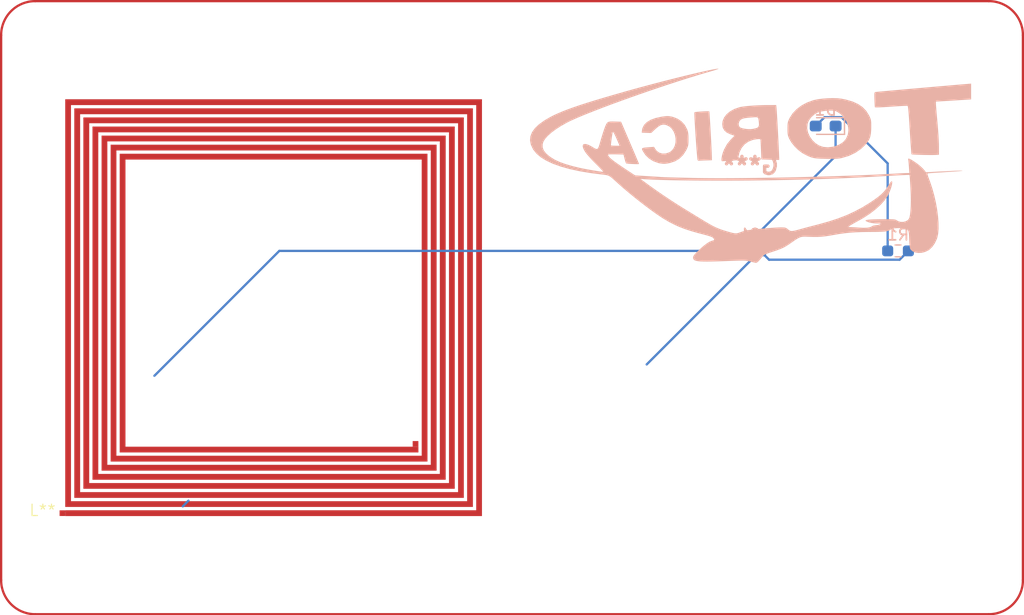
<source format=kicad_pcb>
(kicad_pcb (version 20241229) (generator "pcbnew") (generator_version "9.0")
  (layers (0 "F.Cu" signal) (2 "B.Cu" signal) (13 "F.Paste" user) (15 "B.Paste" user) (5 "F.SilkS" user "F.Silkscreen") (7 "B.SilkS" user "B.Silkscreen") (1 "F.Mask" user) (3 "B.Mask" user) (25 "Edge.Cuts" user))
  (net 0 "")
  (net 1 "Net-(C1-Pad1)")
  (net 2 "Net-(D1-K)")
  (net 3 "Net-(D1-A)")
  (footprint "lib:NFC_COIL_36.7x36.7_3uH" (layer "F.Cu") (at 132.65 90.35)
    (property "Reference" "L**" (at -2 -0.5 0) (layer "F.SilkS") (effects (font (thickness 0.1))))
    (property "Value" "3.00 uH")
    (fp_poly (pts (xy 0 0) (xy 36.7 0) (xy 36.7 -36.7) (xy 0 -36.7) (xy 0 -0.8) (xy 35.9 -0.8) (xy 35.9 -35.9) (xy 0.8 -35.9) (xy 0.8 -1.6) (xy 35.1 -1.6) (xy 35.1 -35.1) (xy 1.6 -35.1) (xy 1.6 -2.4) (xy 34.3 -2.4) (xy 34.3 -34.3) (xy 2.4 -34.3) (xy 2.4 -3.2) (xy 33.5 -3.2) (xy 33.5 -33.5) (xy 3.2 -33.5) (xy 3.2 -4) (xy 32.7 -4) (xy 32.7 -32.7) (xy 4 -32.7) (xy 4 -4.8) (xy 31.9 -4.8) (xy 31.9 -31.9) (xy 4.8 -31.9) (xy 4.8 -5.6) (xy 31.1 -5.6) (xy 31.1 -6.1) (xy 30.6 -6.1) (xy 5.3 -6.1) (xy 5.3 -31.4) (xy 31.4 -31.4) (xy 31.4 -5.3) (xy 4.5 -5.3) (xy 4.5 -32.2) (xy 32.2 -32.2) (xy 32.2 -4.5) (xy 3.7 -4.5) (xy 3.7 -33) (xy 33 -33) (xy 33 -3.7) (xy 2.9 -3.7) (xy 2.9 -33.8) (xy 33.8 -33.8) (xy 33.8 -2.9) (xy 2.1 -2.9) (xy 2.1 -34.6) (xy 34.6 -34.6) (xy 34.6 -2.1) (xy 1.3 -2.1) (xy 1.3 -35.4) (xy 35.4 -35.4) (xy 35.4 -1.3) (xy 0.5 -1.3) (xy 0.5 -36.2) (xy 36.2 -36.2) (xy 36.2 -0.5) (xy 0 -0.5)) (stroke (width 0.01)) (fill yes) (layer "F.Cu"))
    (pad "1" smd rect (at -0.25 -0.25) (size 0.5 0.5) (layers "F.Cu" "F.Mask" "F.Paste"))
    (pad "2" smd rect (at 30.85 -6.35) (size 0.5 0.5) (layers "F.Cu" "F.Mask" "F.Paste"))
  )
  (footprint "Resistor_SMD:R_0603_1608Metric_Pad0.98x0.95mm_HandSolder" (layer "B.Cu") (at 206 67 180)
    (property "Reference" "R1" (at 0 1.43 0) (layer "B.SilkS") (effects (justify mirror)))
    (property "Value" "R")
    (fp_line (start -0.254724 0.5225) (end 0.254724 0.5225) (stroke (width 0.12)) (layer "B.SilkS"))
    (fp_line (start -0.254724 -0.5225) (end 0.254724 -0.5225) (stroke (width 0.12)) (layer "B.SilkS"))
    (pad "1" smd roundrect (at -0.9125 0 180) (size 0.975 0.95) (layers "B.Cu" "B.Mask" "B.Paste") (net 1 "Net-(C1-Pad1)"))
    (pad "2" smd roundrect (at 0.9125 0 180) (size 0.975 0.95) (layers "B.Cu" "B.Mask" "B.Paste") (net 3 "Net-(D1-A)"))
  )
  (footprint "LED_SMD:LED_0603_1608Metric_Pad1.05x0.95mm_HandSolder" (layer "B.Cu") (at 199.625 56 180)
    (property "Reference" "D1" (at 0 1.43 0) (layer "B.SilkS") (effects (justify mirror)))
    (property "Value" "LED")
    (fp_line (start 0.8 0.735) (end -1.66 0.735) (stroke (width 0.12)) (layer "B.SilkS"))
    (fp_line (start -1.66 0.735) (end -1.66 -0.735) (stroke (width 0.12)) (layer "B.SilkS"))
    (fp_line (start -1.66 -0.735) (end 0.8 -0.735) (stroke (width 0.12)) (layer "B.SilkS"))
    (pad "1" smd roundrect (at -0.875 0 180) (size 1.05 0.95) (layers "B.Cu" "B.Mask" "B.Paste") (net 2 "Net-(D1-K)"))
    (pad "2" smd roundrect (at 0.875 0 180) (size 1.05 0.95) (layers "B.Cu" "B.Mask" "B.Paste") (net 3 "Net-(D1-A)"))
  )
  (footprint "lib:TORICA_LOGO" (layer "B.Cu") (at 193 59.5 180)
    (property "Reference" "G***" (at 0 0 0) (layer "B.SilkS") (effects (font (size 1.5 1.5) (thickness 0.3)) (justify mirror)))
    (property "Value" "LOGO" (hide yes))
    (fp_poly (pts (xy 4.028364 4.794973) (xy 4.255147 4.783218) (xy 4.48478 4.767654) (xy 4.691357 4.749855) (xy 4.848972 4.731393) (xy 4.931721 4.713839) (xy 4.935016 4.71211) (xy 4.94065 4.655024) (xy 4.93873 4.505314) (xy 4.930193 4.276965) (xy 4.915973 3.983962) (xy 4.897009 3.640291) (xy 4.874235 3.259938) (xy 4.848589 2.856888) (xy 4.821005 2.445126) (xy 4.792421 2.038638) (xy 4.763773 1.65141) (xy 4.735997 1.297426) (xy 4.710028 0.990673) (xy 4.686804 0.745135) (xy 4.66726 0.574799) (xy 4.652697 0.494632) (xy 4.588475 0.439894) (xy 4.560309 0.439068) (xy 4.480409 0.445424) (xy 4.31983 0.453538) (xy 4.104801 0.462192) (xy 3.943683 0.467675) (xy 3.395578 0.485005) (xy 3.397426 0.737135) (xy 3.401091 0.896033) (xy 3.409863 1.131815) (xy 3.422947 1.430288) (xy 3.43955 1.777259) (xy 3.458877 2.158534) (xy 3.480136 2.559921) (xy 3.502533 2.967226) (xy 3.525273 3.366256) (xy 3.547563 3.742817) (xy 3.56861 4.082717) (xy 3.58762 4.371762) (xy 3.603799 4.595758) (xy 3.616353 4.740514) (xy 3.624159 4.791669) (xy 3.686964 4.800771) (xy 3.830334 4.801348)) (fill yes) (layer "B.SilkS"))
    (fp_poly (pts (xy 7.480111 4.368804) (xy 7.715764 4.338435) (xy 7.856176 4.316523) (xy 8.37269 4.20314) (xy 8.79899 4.044437) (xy 9.133027 3.841885) (xy 9.372756 3.596959) (xy 9.516129 3.311133) (xy 9.55775 3.091551) (xy 9.571789 2.914317) (xy 9.157641 2.898704) (xy 8.743493 2.883091) (xy 8.377587 3.226747) (xy 8.125667 3.440808) (xy 7.907635 3.57034) (xy 7.703167 3.623006) (xy 7.491941 3.606466) (xy 7.419688 3.587833) (xy 7.146767 3.457653) (xy 6.925559 3.254189) (xy 6.758037 2.995377) (xy 6.646175 2.699151) (xy 6.591947 2.383447) (xy 6.597327 2.066201) (xy 6.664289 1.765346) (xy 6.794807 1.498818) (xy 6.990854 1.284553) (xy 7.154863 1.181558) (xy 7.460921 1.081923) (xy 7.759012 1.07436) (xy 8.030848 1.15447) (xy 8.25814 1.317852) (xy 8.378966 1.476036) (xy 8.492071 1.667733) (xy 8.978456 1.630066) (xy 9.248673 1.607311) (xy 9.425957 1.5828) (xy 9.524075 1.547529) (xy 9.556797 1.492491) (xy 9.537889 1.408683) (xy 9.486425 1.297809) (xy 9.250189 0.937194) (xy 8.933276 0.63269) (xy 8.552582 0.396617) (xy 8.125001 0.241295) (xy 8.000385 0.214178) (xy 7.77366 0.178175) (xy 7.58469 0.16829) (xy 7.38887 0.185875) (xy 7.141596 0.232282) (xy 7.098693 0.241513) (xy 6.645233 0.388981) (xy 6.256818 0.620884) (xy 5.931827 0.938531) (xy 5.668638 1.343233) (xy 5.623534 1.434186) (xy 5.546295 1.605455) (xy 5.497006 1.747921) (xy 5.469539 1.895097) (xy 5.457769 2.08049) (xy 5.455571 2.33761) (xy 5.455602 2.352843) (xy 5.461129 2.641511) (xy 5.479339 2.857172) (xy 5.51499 3.03347) (xy 5.572841 3.204051) (xy 5.577701 3.216288) (xy 5.786325 3.600887) (xy 6.073469 3.915347) (xy 6.432642 4.154422) (xy 6.857351 4.312864) (xy 6.964785 4.337587) (xy 7.13859 4.367577) (xy 7.299042 4.37825)) (fill yes) (layer "B.SilkS"))
    (fp_poly (pts (xy -19.023264 7.200897) (xy -18.72691 7.176422) (xy -18.360008 7.14556) (xy -17.932551 7.109189) (xy -17.454532 7.068189) (xy -16.935944 7.023439) (xy -16.386782 6.975818) (xy -15.817037 6.926206) (xy -15.236703 6.875481) (xy -14.655774 6.824523) (xy -14.084243 6.774212) (xy -13.532104 6.725426) (xy -13.009349 6.679045) (xy -12.525972 6.635949) (xy -12.091966 6.597015) (xy -11.717324 6.563124) (xy -11.412041 6.535155) (xy -11.186108 6.513987) (xy -11.04952 6.500499) (xy -11.012083 6.496032) (xy -10.965298 6.480716) (xy -10.934891 6.445414) (xy -10.918298 6.371521) (xy -10.912951 6.240434) (xy -10.916286 6.033547) (xy -10.922094 5.84346) (xy -10.931508 5.591551) (xy -10.941804 5.377666) (xy -10.951703 5.225161) (xy -10.959571 5.158433) (xy -11.015994 5.14272) (xy -11.172975 5.138448) (xy -11.43188 5.14566) (xy -11.794073 5.164398) (xy -12.260918 5.194706) (xy -12.3767 5.202852) (xy -12.754791 5.228679) (xy -13.099134 5.250126) (xy -13.394924 5.266438) (xy -13.627354 5.27686) (xy -13.781618 5.280637) (xy -13.841833 5.277571) (xy -13.861982 5.234209) (xy -13.883465 5.115727) (xy -13.906742 4.916926) (xy -13.932277 4.632607) (xy -13.96053 4.257571) (xy -13.991963 3.786618) (xy -14.027038 3.214549) (xy -14.030994 3.147679) (xy -14.059151 2.683729) (xy -14.086795 2.253493) (xy -14.113063 1.868601) (xy -14.137092 1.540685) (xy -14.158022 1.281375) (xy -14.174989 1.102303) (xy -14.18713 1.015098) (xy -14.189566 1.00871) (xy -14.25185 0.996648) (xy -14.401406 0.984705) (xy -14.61856 0.973403) (xy -14.883639 0.963267) (xy -15.176968 0.95482) (xy -15.478874 0.948584) (xy -15.769681 0.945084) (xy -16.029717 0.944843) (xy -16.239307 0.948385) (xy -16.322843 0.951953) (xy -16.60358 0.968116) (xy -16.602968 1.700585) (xy -16.597438 1.963755) (xy -16.582243 2.30816) (xy -16.558938 2.708675) (xy -16.529078 3.140178) (xy -16.49422 3.577547) (xy -16.469896 3.850106) (xy -16.434219 4.238654) (xy -16.402133 4.601286) (xy -16.374995 4.921578) (xy -16.354164 5.183108) (xy -16.340998 5.369452) (xy -16.336823 5.459515) (xy -16.336211 5.651871) (xy -16.93779 5.686222) (xy -17.203865 5.701949) (xy -17.5419 5.722723) (xy -17.917153 5.746367) (xy -18.294881 5.770704) (xy -18.488527 5.783424) (xy -19.437685 5.846276) (xy -19.437685 6.540458) (xy -19.437685 7.234641)) (fill yes) (layer "B.SilkS"))
    (fp_poly (pts (xy -6.788067 5.946234) (xy -6.331567 5.910757) (xy -5.908905 5.854369) (xy -5.55432 5.778928) (xy -5.535991 5.773846) (xy -4.992356 5.57767) (xy -4.499313 5.313904) (xy -4.069873 4.992365) (xy -3.717046 4.622873) (xy -3.453843 4.215245) (xy -3.443688 4.194892) (xy -3.361351 4.020854) (xy -3.308515 3.879741) (xy -3.278672 3.738203) (xy -3.265317 3.562889) (xy -3.261945 3.320448) (xy -3.261896 3.26302) (xy -3.26434 3.001479) (xy -3.275883 2.813091) (xy -3.302835 2.664098) (xy -3.35151 2.520743) (xy -3.428218 2.349268) (xy -3.435715 2.333408) (xy -3.620662 2.025021) (xy -3.878301 1.707377) (xy -4.181105 1.408562) (xy -4.50155 1.156659) (xy -4.717701 1.025329) (xy -4.979789 0.892054) (xy -5.204073 0.791814) (xy -5.413977 0.719575) (xy -5.632927 0.670305) (xy -5.884348 0.638971) (xy -6.191665 0.620538) (xy -6.578304 0.609973) (xy -6.657474 0.60853) (xy -7.071733 0.604328) (xy -7.398736 0.608511) (xy -7.657914 0.622013) (xy -7.8687 0.645764) (xy -8.021053 0.673982) (xy -8.66013 0.863167) (xy -9.235215 1.133194) (xy -9.741238 1.481302) (xy -10.070582 1.790036) (xy -10.289897 2.045192) (xy -10.446795 2.286033) (xy -10.550673 2.539094) (xy -10.610925 2.830908) (xy -10.631322 3.110812) (xy -8.630423 3.110812) (xy -8.594131 2.836806) (xy -8.553495 2.682637) (xy -8.402436 2.355181) (xy -8.160939 2.084065) (xy -7.829904 1.869995) (xy -7.410233 1.71368) (xy -7.277673 1.680519) (xy -6.83285 1.625073) (xy -6.412903 1.663129) (xy -6.042709 1.788938) (xy -5.725719 1.993686) (xy -5.447821 2.268317) (xy -5.224344 2.589869) (xy -5.070615 2.93538) (xy -5.001964 3.281887) (xy -4.99979 3.351276) (xy -5.032678 3.687773) (xy -5.140228 3.974441) (xy -5.335766 4.243267) (xy -5.39972 4.311191) (xy -5.647791 4.526425) (xy -5.919662 4.680582) (xy -6.237742 4.782051) (xy -6.624433 4.839224) (xy -6.848504 4.853732) (xy -7.101901 4.862577) (xy -7.279435 4.859591) (xy -7.411926 4.840478) (xy -7.530191 4.800941) (xy -7.656363 4.741093) (xy -7.980674 4.521179) (xy -8.257101 4.225055) (xy -8.462125 3.880646) (xy -8.528502 3.70562) (xy -8.608903 3.385823) (xy -8.630423 3.110812) (xy -10.631322 3.110812) (xy -10.636947 3.188011) (xy -10.640056 3.398353) (xy -10.639475 3.672247) (xy -10.632802 3.868497) (xy -10.614455 4.016403) (xy -10.578854 4.145267) (xy -10.520415 4.284391) (xy -10.439543 4.450966) (xy -10.196604 4.83808) (xy -9.877267 5.166796) (xy -9.477205 5.439719) (xy -8.992089 5.659454) (xy -8.417593 5.828606) (xy -8.018188 5.908613) (xy -7.665617 5.947021) (xy -7.244163 5.958942)) (fill yes) (layer "B.SilkS"))
    (fp_poly (pts (xy -1.56083 5.346576) (xy -1.108936 5.340471) (xy -0.65134 5.324143) (xy -0.208086 5.299084) (xy 0.200785 5.266788) (xy 0.555229 5.228744) (xy 0.835202 5.186446) (xy 0.962526 5.158757) (xy 1.411885 5.004056) (xy 1.793534 4.796188) (xy 2.099547 4.542961) (xy 2.321997 4.252186) (xy 2.452957 3.93167) (xy 2.486526 3.657443) (xy 2.441155 3.358333) (xy 2.303948 3.109771) (xy 2.07326 2.909933) (xy 1.747449 2.756999) (xy 1.644315 2.723913) (xy 1.507631 2.68069) (xy 1.426614 2.649597) (xy 1.417052 2.642762) (xy 1.452105 2.601311) (xy 1.545485 2.50307) (xy 1.67952 2.366495) (xy 1.731979 2.31384) (xy 2.066127 1.905016) (xy 2.328739 1.42043) (xy 2.450198 1.096211) (xy 2.508621 0.878436) (xy 2.543429 0.676202) (xy 2.552361 0.514411) (xy 2.533152 0.417965) (xy 2.513262 0.402192) (xy 2.442155 0.402175) (xy 2.286635 0.409442) (xy 2.068896 0.422756) (xy 1.811133 0.440875) (xy 1.783125 0.44297) (xy 1.106461 0.493878) (xy 1.071781 0.741571) (xy 0.961773 1.190848) (xy 0.770208 1.575588) (xy 0.503365 1.889673) (xy 0.16752 2.126984) (xy -0.231048 2.281403) (xy -0.567261 2.339129) (xy -0.744178 2.351549) (xy -0.840219 2.344105) (xy -0.880507 2.311144) (xy -0.88922 2.266691) (xy -0.893796 2.179327) (xy -0.901749 2.006795) (xy -0.912116 1.770785) (xy -0.923934 1.492988) (xy -0.929325 1.36358) (xy -0.962527 0.561475) (xy -1.737896 0.531816) (xy -2.014045 0.522269) (xy -2.249735 0.516049) (xy -2.425516 0.513519) (xy -2.521936 0.515042) (xy -2.534037 0.51694) (xy -2.535757 0.571445) (xy -2.531986 0.719395) (xy -2.523418 0.947467) (xy -2.510745 1.242337) (xy -2.49466 1.590681) (xy -2.475856 1.979177) (xy -2.455025 2.3945) (xy -2.432861 2.823327) (xy -2.410055 3.252336) (xy -2.390453 3.610592) (xy -0.753415 3.610592) (xy -0.71401 3.452026) (xy -0.614204 3.354703) (xy -0.515192 3.316342) (xy -0.241975 3.251027) (xy -0.008913 3.222481) (xy 0.233354 3.227949) (xy 0.500165 3.259692) (xy 0.695432 3.299686) (xy 0.858771 3.353856) (xy 0.941323 3.400588) (xy 1.023776 3.540818) (xy 1.035686 3.722401) (xy 0.977616 3.906808) (xy 0.932921 3.97529) (xy 0.841197 4.064107) (xy 0.713628 4.131452) (xy 0.533124 4.181863) (xy 0.282593 4.219884) (xy -0.055057 4.250054) (xy -0.117617 4.25441) (xy -0.36808 4.272022) (xy -0.532173 4.275265) (xy -0.63047 4.250711) (xy -0.683546 4.184931) (xy -0.711974 4.064495) (xy -0.736328 3.875975) (xy -0.739945 3.848206) (xy -0.753415 3.610592) (xy -2.390453 3.610592) (xy -2.387301 3.668201) (xy -2.365292 4.057601) (xy -2.34472 4.407211) (xy -2.326278 4.703707) (xy -2.310659 4.933768) (xy -2.298555 5.084068) (xy -2.294699 5.120106) (xy -2.266079 5.347369)) (fill yes) (layer "B.SilkS"))
    (fp_poly (pts (xy 3.08744 8.521353) (xy 3.362159 8.471552) (xy 3.714987 8.39959) (xy 4.137579 8.307505) (xy 4.621592 8.197335) (xy 5.158682 8.071117) (xy 5.740502 7.930889) (xy 6.35871 7.778688) (xy 7.004961 7.616551) (xy 7.67091 7.446516) (xy 8.348213 7.270621) (xy 9.028526 7.090903) (xy 9.703503 6.9094) (xy 10.364802 6.728149) (xy 11.004076 6.549187) (xy 11.122526 6.515564) (xy 12.092434 6.2374) (xy 12.965615 5.981989) (xy 13.749246 5.746746) (xy 14.4505 5.529085) (xy 15.076554 5.32642) (xy 15.634582 5.136165) (xy 16.131761 4.955735) (xy 16.575266 4.782543) (xy 16.972271 4.614005) (xy 17.329953 4.447533) (xy 17.655487 4.280543) (xy 17.956048 4.110448) (xy 18.181052 3.971858) (xy 18.640632 3.64057) (xy 18.993655 3.301201) (xy 19.240223 2.953461) (xy 19.380442 2.597063) (xy 19.414417 2.231716) (xy 19.342252 1.857133) (xy 19.164052 1.473023) (xy 19.114915 1.393822) (xy 18.832661 1.049389) (xy 18.447726 0.729383) (xy 17.96168 0.434373) (xy 17.376093 0.164925) (xy 16.692537 -0.078392) (xy 15.912582 -0.29501) (xy 15.037797 -0.48436) (xy 14.069755 -0.645876) (xy 13.148249 -0.763834) (xy 12.913018 -0.789908) (xy 12.731866 -0.814688) (xy 12.586155 -0.848122) (xy 12.457244 -0.900157) (xy 12.326493 -0.980742) (xy 12.175262 -1.099824) (xy 11.98491 -1.267352) (xy 11.736799 -1.493273) (xy 11.67378 -1.550736) (xy 11.239765 -1.935884) (xy 10.761139 -2.342661) (xy 10.253833 -2.758748) (xy 9.733777 -3.171827) (xy 9.216901 -3.569577) (xy 8.719136 -3.93968) (xy 8.256412 -4.269817) (xy 7.84466 -4.547668) (xy 7.596598 -4.703668) (xy 7.134715 -4.970381) (xy 6.687263 -5.200763) (xy 6.232153 -5.403566) (xy 5.747293 -5.587546) (xy 5.210595 -5.761456) (xy 4.599967 -5.934051) (xy 4.283604 -6.016581) (xy 3.924159 -6.111141) (xy 3.656723 -6.188554) (xy 3.468551 -6.253238) (xy 3.3469 -6.309611) (xy 3.279028 -6.362093) (xy 3.275716 -6.366038) (xy 3.197431 -6.480923) (xy 3.20569 -6.547506) (xy 3.309202 -6.588272) (xy 3.366358 -6.600005) (xy 3.581681 -6.678726) (xy 3.849825 -6.841709) (xy 4.164225 -7.084274) (xy 4.518313 -7.401742) (xy 4.595863 -7.476286) (xy 4.800414 -7.68019) (xy 4.936073 -7.830137) (xy 5.014942 -7.942014) (xy 5.049124 -8.031703) (xy 5.053262 -8.076633) (xy 5.043439 -8.17094) (xy 5.008546 -8.249505) (xy 4.940455 -8.313243) (xy 4.831033 -8.363066) (xy 4.672149 -8.399888) (xy 4.455672 -8.424621) (xy 4.173471 -8.43818) (xy 3.817416 -8.441478) (xy 3.379374 -8.435427) (xy 2.851215 -8.420942) (xy 2.224808 -8.398936) (xy 2.194165 -8.397783) (xy 1.711825 -8.379801) (xy 1.322875 -8.366285) (xy 1.01384 -8.357514) (xy 0.771245 -8.353766) (xy 0.581615 -8.355322) (xy 0.431474 -8.362461) (xy 0.307347 -8.375463) (xy 0.195759 -8.394606) (xy 0.083234 -8.420171) (xy -0.00891 -8.443478) (xy -0.21687 -8.495127) (xy -0.38795 -8.534242) (xy -0.493528 -8.554395) (xy -0.508889 -8.555789) (xy -0.581356 -8.519815) (xy -0.690441 -8.429052) (xy -0.740611 -8.379155) (xy -0.886839 -8.215905) (xy -1.031072 -8.040233) (xy -1.053832 -8.010546) (xy -1.122203 -7.929709) (xy -1.20269 -7.86331) (xy -1.314785 -7.8018) (xy -1.477981 -7.735625) (xy -1.711769 -7.655234) (xy -1.909411 -7.591282) (xy -2.296509 -7.463238) (xy -2.607484 -7.348071) (xy -2.869925 -7.232555) (xy -3.111422 -7.103464) (xy -3.359565 -6.947572) (xy -3.602907 -6.77944) (xy -3.886261 -6.580578) (xy -4.105941 -6.43665) (xy -4.284598 -6.339459) (xy -4.444885 -6.280807) (xy -4.609455 -6.252499) (xy -4.800958 -6.246337) (xy -5.042048 -6.254124) (xy -5.053264 -6.25462) (xy -5.512731 -6.270112) (xy -5.903152 -6.269953) (xy -6.261627 -6.25156) (xy -6.625254 -6.21235) (xy -7.031135 -6.149741) (xy -7.331189 -6.096015) (xy -7.824438 -6.011137) (xy -8.296867 -5.945076) (xy -8.772304 -5.89595) (xy -9.274573 -5.861877) (xy -9.827501 -5.840975) (xy -10.454912 -5.831362) (xy -10.694738 -5.830319) (xy -11.13768 -5.826893) (xy -11.488481 -5.817321) (xy -11.761865 -5.799647) (xy -11.972556 -5.771916) (xy -12.135277 -5.732172) (xy -12.264754 -5.67846) (xy -12.375709 -5.608824) (xy -12.378633 -5.606669) (xy -12.45952 -5.558896) (xy -12.563764 -5.526833) (xy -12.714252 -5.506942) (xy -12.93387 -5.495686) (xy -13.124794 -5.491319) (xy -13.728823 -5.481052) (xy -13.842728 -5.631943) (xy -13.889921 -5.706218) (xy -13.923858 -5.797155) (xy -13.947819 -5.925157) (xy -13.965084 -6.110629) (xy -13.978934 -6.373977) (xy -13.984581 -6.514258) (xy -14.004254 -6.883135) (xy -14.031295 -7.148395) (xy -14.066081 -7.313138) (xy -14.087133 -7.35977) (xy -14.257144 -7.527543) (xy -14.494078 -7.63515) (xy -14.77613 -7.682134) (xy -15.081495 -7.668041) (xy -15.38837 -7.592413) (xy -15.674949 -7.454794) (xy -15.762518 -7.394826) (xy -16.016702 -7.150278) (xy -16.241204 -6.828601) (xy -16.416723 -6.459114) (xy -16.458831 -6.337346) (xy -16.534995 -5.981185) (xy -16.569911 -5.542548) (xy -16.565696 -5.036719) (xy -16.524466 -4.478981) (xy -16.448339 -3.88462) (xy -16.339431 -3.268919) (xy -16.296145 -3.076088) (xy -14.127604 -3.076088) (xy -14.119362 -3.546598) (xy -14.096443 -3.957963) (xy -14.059443 -4.2963) (xy -14.008959 -4.547726) (xy -13.985796 -4.61909) (xy -13.873408 -4.775956) (xy -13.691055 -4.885944) (xy -13.467394 -4.943551) (xy -13.231079 -4.943278) (xy -13.010764 -4.879622) (xy -12.917958 -4.824089) (xy -12.85378 -4.781105) (xy -12.7836 -4.749988) (xy -12.68987 -4.728833) (xy -12.555047 -4.715733) (xy -12.361585 -4.708782) (xy -12.091939 -4.706075) (xy -11.827918 -4.705683) (xy -11.29161 -4.709081) (xy -10.859788 -4.7194) (xy -10.5302 -4.736828) (xy -10.300598 -4.761553) (xy -10.16873 -4.793765) (xy -10.132348 -4.833652) (xy -10.139638 -4.847048) (xy -10.253677 -4.923211) (xy -10.448438 -4.991076) (xy -10.697715 -5.044461) (xy -10.975305 -5.077185) (xy -11.145601 -5.084342) (xy -11.346981 -5.087647) (xy -11.454537 -5.094926) (xy -11.481391 -5.110356) (xy -11.440667 -5.138119) (xy -11.389896 -5.162141) (xy -11.224512 -5.212741) (xy -11.036511 -5.237602) (xy -11.01979 -5.238008) (xy -10.860216 -5.259402) (xy -10.73644 -5.309016) (xy -10.721608 -5.32051) (xy -10.559445 -5.404428) (xy -10.299775 -5.45275) (xy -9.946076 -5.465083) (xy -9.595052 -5.448568) (xy -9.335415 -5.4303) (xy -9.091874 -5.415167) (xy -8.899301 -5.405241) (xy -8.823159 -5.402657) (xy -8.609264 -5.398463) (xy -8.742948 -5.293994) (xy -8.844538 -5.226597) (xy -9.01545 -5.125481) (xy -9.22978 -5.005598) (xy -9.411369 -4.908187) (xy -10.012651 -4.565295) (xy -10.566812 -4.196534) (xy -11.06275 -3.811388) (xy -11.489359 -3.41934) (xy -11.835535 -3.029872) (xy -12.090175 -2.652467) (xy -12.121868 -2.593473) (xy -12.244879 -2.333279) (xy -12.347199 -2.074395) (xy -12.424897 -1.8331) (xy -12.474045 -1.625673) (xy -12.490713 -1.468393) (xy -12.470972 -1.377539) (xy -12.418066 -1.366307) (xy -12.361956 -1.421389) (xy -12.268784 -1.546997) (xy -12.15454 -1.720795) (xy -12.096754 -1.815046) (xy -11.931073 -2.065164) (xy -11.74039 -2.296831) (xy -11.509968 -2.523429) (xy -11.225072 -2.758339) (xy -10.870966 -3.014941) (xy -10.50758 -3.258132) (xy -9.849928 -3.66205) (xy -9.181941 -4.019958) (xy -8.484919 -4.339651) (xy -7.740161 -4.628924) (xy -6.928967 -4.895573) (xy -6.032636 -5.147393) (xy -5.882106 -5.18631) (xy -5.530115 -5.277099) (xy -5.178756 -5.369076) (xy -4.854586 -5.455192) (xy -4.58416 -5.5284) (xy -4.41158 -5.576592) (xy -4.091623 -5.665797) (xy -3.854342 -5.722707) (xy -3.680597 -5.747757) (xy -3.551246 -5.741381) (xy -3.447149 -5.704014) (xy -3.349166 -5.636092) (xy -3.308746 -5.60165) (xy -3.206626 -5.517037) (xy -3.116171 -5.465508) (xy -3.006483 -5.43888) (xy -2.846663 -5.42897) (xy -2.651511 -5.427578) (xy -2.441269 -5.433393) (xy -2.147676 -5.44954) (xy -1.793621 -5.474076) (xy -1.401993 -5.505056) (xy -0.995681 -5.540535) (xy -0.597573 -5.57857) (xy -0.23056 -5.617216) (xy 0.082471 -5.654528) (xy 0.189247 -5.668898) (xy 0.437464 -5.717768) (xy 0.710919 -5.792219) (xy 0.884405 -5.85158) (xy 1.035306 -5.907623) (xy 1.160676 -5.942585) (xy 1.282473 -5.954897) (xy 1.422656 -5.942993) (xy 1.603184 -5.905303) (xy 1.846017 -5.84026) (xy 2.11221 -5.763918) (xy 2.44401 -5.661712) (xy 2.746291 -5.552898) (xy 3.040915 -5.42712) (xy 3.349745 -5.274021) (xy 3.694643 -5.083243) (xy 4.097472 -4.844432) (xy 4.251157 -4.750673) (xy 4.595705 -4.539553) (xy 4.983041 -4.302552) (xy 5.373903 -4.063675) (xy 5.729028 -3.846925) (xy 5.855368 -3.769914) (xy 6.440175 -3.405071) (xy 7.070745 -2.996601) (xy 7.713748 -2.566848) (xy 8.335859 -2.138155) (xy 8.90375 -1.732863) (xy 9.010315 -1.654794) (xy 9.678736 -1.162606) (xy 9.197473 -1.193945) (xy 8.775323 -1.217004) (xy 8.257063 -1.23786) (xy 7.653508 -1.256413) (xy 6.975475 -1.272563) (xy 6.23378 -1.286209) (xy 5.439238 -1.297249) (xy 4.602666 -1.305584) (xy 3.734879 -1.311112) (xy 2.846695 -1.313732) (xy 1.948929 -1.313344) (xy 1.052397 -1.309847) (xy 0.167915 -1.30314) (xy -0.693701 -1.293122) (xy -0.986096 -1.288843) (xy -2.149929 -1.26979) (xy -3.223291 -1.249799) (xy -4.22266 -1.228276) (xy -5.164511 -1.204629) (xy -6.06532 -1.178265) (xy -6.941565 -1.148592) (xy -7.809722 -1.115017) (xy -8.686266 -1.076946) (xy -9.587675 -1.033788) (xy -10.530425 -0.98495) (xy -11.530992 -0.929839) (xy -12.474174 -0.875577) (xy -12.864902 -0.853551) (xy -13.219755 -0.835124) (xy -13.525037 -0.82088) (xy -13.767051 -0.811406) (xy -13.932099 -0.807285) (xy -14.006486 -0.809101) (xy -14.009156 -0.810067) (xy -14.018652 -0.867806) (xy -14.032499 -1.016746) (xy -14.049551 -1.241282) (xy -14.068659 -1.525809) (xy -14.088674 -1.854723) (xy -14.097676 -2.01316) (xy -14.120575 -2.560314) (xy -14.127604 -3.076088) (xy -16.296145 -3.076088) (xy -16.199861 -2.647163) (xy -16.031743 -2.034636) (xy -15.837197 -1.446622) (xy -15.749088 -1.213119) (xy -15.649419 -0.942761) (xy -15.598414 -0.763854) (xy -15.596455 -0.677847) (xy -15.605453 -0.670386) (xy -15.673252 -0.662576) (xy -15.83356 -0.649484) (xy -16.072124 -0.632109) (xy -16.37469 -0.611449) (xy -16.727004 -0.588501) (xy -17.114813 -0.564264) (xy -17.165053 -0.561195) (xy -17.657851 -0.530192) (xy -18.057452 -0.502976) (xy -18.361907 -0.479754) (xy -18.569269 -0.460735) (xy -18.67759 -0.446124) (xy -18.684923 -0.43613) (xy -18.589319 -0.43096) (xy -18.390492 -0.430805) (xy -18.247108 -0.434538) (xy -18.016404 -0.443376) (xy -17.717839 -0.456445) (xy -17.370872 -0.472869) (xy -16.994965 -0.491774) (xy -16.764001 -0.503924) (xy -15.453896 -0.574028) (xy -15.37615 -0.460803) (xy -15.210378 -0.262558) (xy -14.974741 -0.038985) (xy -14.694988 0.187328) (xy -14.415917 0.381659) (xy -14.176692 0.528651) (xy -14.014105 0.612327) (xy -13.920468 0.635147) (xy -13.88809 0.599571) (xy -13.895735 0.548106) (xy -13.910347 0.45705) (xy -13.928411 0.286898) (xy -13.947216 0.065324) (xy -13.95858 -0.093578) (xy -13.994906 -0.641683) (xy -13.761874 -0.642201) (xy -13.628668 -0.64551) (xy -13.413045 -0.654307) (xy -13.13933 -0.667454) (xy -12.831849 -0.683812) (xy -12.646527 -0.694386) (xy -11.764205 -0.742524) (xy -10.80077 -0.788647) (xy -9.768127 -0.832502) (xy -8.678182 -0.873838) (xy -7.542841 -0.912403) (xy -6.374009 -0.947944) (xy -5.183592 -0.980209) (xy -3.983495 -1.008947) (xy -2.785624 -1.033905) (xy -1.601885 -1.054831) (xy -0.444184 -1.071472) (xy 0.675574 -1.083578) (xy 1.745484 -1.090895) (xy 2.753639 -1.093172) (xy 3.688134 -1.090156) (xy 4.537063 -1.081596) (xy 5.133473 -1.070879) (xy 5.644769 -1.059106) (xy 6.134651 -1.04701) (xy 6.590296 -1.034965) (xy 6.998882 -1.023346) (xy 7.347587 -1.012527) (xy 7.623588 -1.002883) (xy 7.814063 -0.994789) (xy 7.887368 -0.990426) (xy 8.057628 -0.978139) (xy 8.308681 -0.96128) (xy 8.614556 -0.941532) (xy 8.949281 -0.92058) (xy 9.197473 -0.905459) (xy 10.159999 -0.847559) (xy 10.855157 -0.390258) (xy 11.308649 -0.089174) (xy 11.677917 0.162818) (xy 11.970366 0.371778) (xy 12.193402 0.543767) (xy 12.354429 0.684843) (xy 12.460854 0.801068) (xy 12.520081 0.898501) (xy 12.539516 0.983204) (xy 12.539578 0.988206) (xy 12.489479 0.998758) (xy 12.352572 1.005392) (xy 12.148938 1.007634) (xy 11.898661 1.005011) (xy 11.861117 1.00423) (xy 11.182656 0.989264) (xy 11.090022 0.621895) (xy 11.038081 0.433787) (xy 10.989396 0.2877) (xy 10.954145 0.214021) (xy 10.953009 0.212868) (xy 10.887127 0.194607) (xy 10.746261 0.17732) (xy 10.556974 0.162239) (xy 10.345828 0.150596) (xy 10.139387 0.143622) (xy 9.964213 0.142548) (xy 9.846868 0.148605) (xy 9.81242 0.159994) (xy 9.832799 0.214266) (xy 9.89085 0.355796) (xy 9.981942 0.573617) (xy 10.101444 0.856762) (xy 10.244726 1.194263) (xy 10.407157 1.575153) (xy 10.488278 1.764632) (xy 11.529035 1.764632) (xy 11.89171 1.764632) (xy 12.078026 1.768323) (xy 12.217987 1.777999) (xy 12.281319 1.791566) (xy 12.281334 1.791581) (xy 12.28464 1.851331) (xy 12.274096 1.990387) (xy 12.253048 2.182497) (xy 12.224842 2.401413) (xy 12.192827 2.620883) (xy 12.160349 2.814658) (xy 12.135066 2.938764) (xy 12.113067 2.971269) (xy 12.073112 2.942258) (xy 12.011363 2.844518) (xy 11.92398 2.670838) (xy 11.807122 2.414006) (xy 11.656952 2.06681) (xy 11.602492 1.938422) (xy 11.529035 1.764632) (xy 10.488278 1.764632) (xy 10.584107 1.988465) (xy 10.603412 2.033463) (xy 11.394404 3.876843) (xy 11.846675 3.893113) (xy 12.147044 3.901451) (xy 12.361117 3.895025) (xy 12.509406 3.864483) (xy 12.612425 3.800475) (xy 12.690688 3.693652) (xy 12.764708 3.534662) (xy 12.795101 3.460809) (xy 12.866827 3.268687) (xy 12.956907 3.003556) (xy 13.055519 2.695575) (xy 13.152839 2.374903) (xy 13.187103 2.257166) (xy 13.279483 1.935055) (xy 13.351638 1.705392) (xy 13.416111 1.558822) (xy 13.485447 1.485988) (xy 13.57219 1.477536) (xy 13.688883 1.524109) (xy 13.848072 1.616352) (xy 13.957427 1.682647) (xy 14.254677 1.838811) (xy 14.489743 1.915973) (xy 14.658082 1.91755) (xy 14.75515 1.84696) (xy 14.776404 1.707623) (xy 14.7173 1.502955) (xy 14.573296 1.236377) (xy 14.565926 1.224818) (xy 14.453593 1.072536) (xy 14.280688 0.866559) (xy 14.06463 0.626372) (xy 13.822835 0.371459) (xy 13.626406 0.17379) (xy 13.406279 -0.04626) (xy 13.220705 -0.238413) (xy 13.080099 -0.391315) (xy 12.994876 -0.493615) (xy 12.975448 -0.533958) (xy 12.977006 -0.53417) (xy 13.091199 -0.524067) (xy 13.288611 -0.497262) (xy 13.547473 -0.457434) (xy 13.846017 -0.408263) (xy 14.162474 -0.35343) (xy 14.475077 -0.296616) (xy 14.762056 -0.241499) (xy 14.999368 -0.192261) (xy 15.675625 -0.029375) (xy 16.27263 0.144656) (xy 16.781986 0.327041) (xy 17.195299 0.514993) (xy 17.298174 0.571394) (xy 17.703792 0.832973) (xy 18.004816 1.092413) (xy 18.203447 1.353334) (xy 18.301884 1.619358) (xy 18.302326 1.894105) (xy 18.236429 2.115903) (xy 18.09114 2.359976) (xy 17.853063 2.628569) (xy 17.531451 2.914172) (xy 17.135554 3.209277) (xy 16.674624 3.506375) (xy 16.175789 3.788483) (xy 15.839695 3.955496) (xy 15.410311 4.150176) (xy 14.896729 4.369273) (xy 14.30804 4.609541) (xy 13.653336 4.86773) (xy 12.941708 5.140592) (xy 12.182249 5.424881) (xy 11.384051 5.717346) (xy 10.556204 6.014742) (xy 9.707801 6.313818) (xy 8.847933 6.611328) (xy 7.985693 6.904023) (xy 7.130171 7.188655) (xy 6.29046 7.461976) (xy 5.475651 7.720738) (xy 4.694837 7.961693) (xy 3.957108 8.181592) (xy 3.552813 8.298132) (xy 3.283316 8.376859) (xy 3.059527 8.446357) (xy 2.897273 8.501367) (xy 2.812385 8.53663) (xy 2.805709 8.546325) (xy 2.899175 8.546957)) (fill yes) (layer "B.SilkS"))
  )
  (footprint "Capacitor_SMD:C_0603_1608Metric_Pad1.08x0.95mm_HandSolder" (layer "B.Cu") (at 193 67 180)
    (property "Reference" "C1" (at 0 1.43 0) (layer "B.SilkS") (effects (justify mirror)))
    (property "Value" "C")
    (fp_line (start -0.146267 0.51) (end 0.146267 0.51) (stroke (width 0.12)) (layer "B.SilkS"))
    (fp_line (start -0.146267 -0.51) (end 0.146267 -0.51) (stroke (width 0.12)) (layer "B.SilkS"))
    (pad "1" smd roundrect (at -0.8625 0 180) (size 1.075 0.95) (layers "B.Cu" "B.Mask" "B.Paste") (net 1 "Net-(C1-Pad1)"))
    (pad "2" smd roundrect (at 0.8625 0 180) (size 1.075 0.95) (layers "B.Cu" "B.Mask" "B.Paste") (net 2 "Net-(D1-K)"))
  )
  (gr_line (start 214 99) (end 130 99) (stroke (width 0.2)) (layer "F.Cu"))
  (gr_arc (start 217 96) (mid 216.12132 98.12132) (end 214 99) (stroke (width 0.2)) (layer "F.Cu"))
  (gr_line (start 130 45) (end 214 45) (stroke (width 0.2)) (layer "F.Cu"))
  (gr_arc (start 214 45) (mid 216.12132 45.87868) (end 217 48) (stroke (width 0.2)) (layer "F.Cu"))
  (gr_arc (start 127 48) (mid 127.87868 45.87868) (end 130 45) (stroke (width 0.2)) (layer "F.Cu"))
  (gr_line (start 217 48) (end 217 96) (stroke (width 0.2)) (layer "F.Cu"))
  (gr_line (start 127 96) (end 127 48) (stroke (width 0.2)) (layer "F.Cu"))
  (gr_arc (start 130 99) (mid 127.87868 98.12132) (end 127 96) (stroke (width 0.2)) (layer "F.Cu"))
  (segment (start 143.5 89) (end 143 89.5) (width 0.2) (layer "B.Cu") (net 1))
  (segment (start 206.1365 67.776) (end 194.6385 67.776) (width 0.2) (layer "B.Cu") (net 1))
  (segment (start 193.8625 67) (end 183.8625 77) (width 0.2) (layer "B.Cu") (net 1))
  (segment (start 206.9125 67) (end 206.1365 67.776) (width 0.2) (layer "B.Cu") (net 1))
  (segment (start 194.6385 67.776) (end 193.8625 67) (width 0.2) (layer "B.Cu") (net 1))
  (segment (start 200.5 56) (end 200.5 58.6375) (width 0.2) (layer "B.Cu") (net 2))
  (segment (start 200.5 58.6375) (end 192.1375 67) (width 0.2) (layer "B.Cu") (net 2))
  (segment (start 192.1375 67) (end 151.5 67) (width 0.2) (layer "B.Cu") (net 2))
  (segment (start 151.5 67) (end 140.5 78) (width 0.2) (layer "B.Cu") (net 2))
  (segment (start 198.75 56) (end 199.526 55.224) (width 0.2) (layer "B.Cu") (net 3))
  (segment (start 205.0875 59.294366) (end 205.0875 67) (width 0.2) (layer "B.Cu") (net 3))
  (segment (start 199.526 55.224) (end 201.017134 55.224) (width 0.2) (layer "B.Cu") (net 3))
  (segment (start 201.017134 55.224) (end 205.0875 59.294366) (width 0.2) (layer "B.Cu") (net 3))
)
</source>
